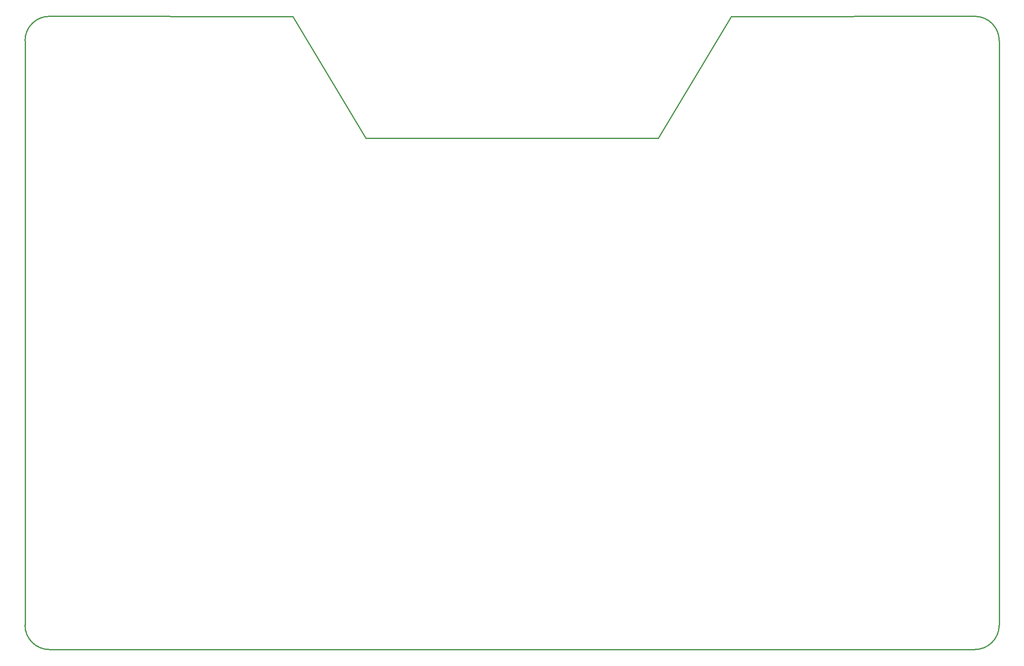
<source format=gko>
G04 Layer: BoardOutlineLayer*
G04 EasyEDA v6.5.1, 2022-08-09 23:06:28*
G04 a67cddfb3fce44daa9051d46cbbcc19f,10*
G04 Gerber Generator version 0.2*
G04 Scale: 100 percent, Rotated: No, Reflected: No *
G04 Dimensions in millimeters *
G04 leading zeros omitted , absolute positions ,4 integer and 5 decimal *
%FSLAX45Y45*%
%MOMM*%

%ADD10C,0.2540*%
D10*
X20000008Y12500000D02*
G01*
X19999995Y500001D01*
X14500001Y12999999D02*
G01*
X19499585Y13001241D01*
X19499994Y0D02*
G01*
X500001Y0D01*
X12999999Y10500004D02*
G01*
X14500001Y12999999D01*
X500385Y13001241D02*
G01*
X5500004Y12999999D01*
X7000006Y10500004D01*
X9999985Y10500103D01*
X12999999Y10500004D01*
X0Y499998D02*
G01*
X2Y12500000D01*
G75*
G01*
X19500002Y13000002D02*
G02*
X20000003Y12500000I2J-499999D01*
G75*
G01*
X3Y12500000D02*
G02*
X500002Y13000002I499999J3D01*
G75*
G01*
X20000001Y499999D02*
G02*
X19499999Y0I-499999J0D01*
G75*
G01*
X499999Y0D02*
G02*
X0Y499999I0J499999D01*

%LPD*%
M02*

</source>
